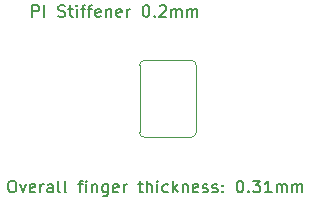
<source format=gbr>
%TF.GenerationSoftware,KiCad,Pcbnew,8.0.4*%
%TF.CreationDate,2024-07-27T11:55:36+02:00*%
%TF.ProjectId,PA3194G822_R02,50413331-3934-4473-9832-325f5230322e,2*%
%TF.SameCoordinates,Original*%
%TF.FileFunction,Other,User*%
%FSLAX46Y46*%
G04 Gerber Fmt 4.6, Leading zero omitted, Abs format (unit mm)*
G04 Created by KiCad (PCBNEW 8.0.4) date 2024-07-27 11:55:36*
%MOMM*%
%LPD*%
G01*
G04 APERTURE LIST*
%ADD10C,0.050000*%
%ADD11C,0.150000*%
G04 APERTURE END LIST*
D10*
X151600000Y-96750000D02*
X147600000Y-96750000D01*
X152000000Y-102850000D02*
G75*
G02*
X151600000Y-103250000I-400000J0D01*
G01*
X152000000Y-97150000D02*
X152000000Y-102850000D01*
X147600000Y-103250000D02*
G75*
G02*
X147200000Y-102850000I0J400000D01*
G01*
X147200000Y-97150000D02*
G75*
G02*
X147600000Y-96750000I400000J0D01*
G01*
X151600000Y-96750000D02*
G75*
G02*
X152000000Y-97150000I0J-400000D01*
G01*
X147600000Y-103250000D02*
X151600000Y-103250000D01*
X147200000Y-102850000D02*
X147200000Y-97150000D01*
D11*
X136327255Y-106919819D02*
X136517731Y-106919819D01*
X136517731Y-106919819D02*
X136612969Y-106967438D01*
X136612969Y-106967438D02*
X136708207Y-107062676D01*
X136708207Y-107062676D02*
X136755826Y-107253152D01*
X136755826Y-107253152D02*
X136755826Y-107586485D01*
X136755826Y-107586485D02*
X136708207Y-107776961D01*
X136708207Y-107776961D02*
X136612969Y-107872200D01*
X136612969Y-107872200D02*
X136517731Y-107919819D01*
X136517731Y-107919819D02*
X136327255Y-107919819D01*
X136327255Y-107919819D02*
X136232017Y-107872200D01*
X136232017Y-107872200D02*
X136136779Y-107776961D01*
X136136779Y-107776961D02*
X136089160Y-107586485D01*
X136089160Y-107586485D02*
X136089160Y-107253152D01*
X136089160Y-107253152D02*
X136136779Y-107062676D01*
X136136779Y-107062676D02*
X136232017Y-106967438D01*
X136232017Y-106967438D02*
X136327255Y-106919819D01*
X137089160Y-107253152D02*
X137327255Y-107919819D01*
X137327255Y-107919819D02*
X137565350Y-107253152D01*
X138327255Y-107872200D02*
X138232017Y-107919819D01*
X138232017Y-107919819D02*
X138041541Y-107919819D01*
X138041541Y-107919819D02*
X137946303Y-107872200D01*
X137946303Y-107872200D02*
X137898684Y-107776961D01*
X137898684Y-107776961D02*
X137898684Y-107396009D01*
X137898684Y-107396009D02*
X137946303Y-107300771D01*
X137946303Y-107300771D02*
X138041541Y-107253152D01*
X138041541Y-107253152D02*
X138232017Y-107253152D01*
X138232017Y-107253152D02*
X138327255Y-107300771D01*
X138327255Y-107300771D02*
X138374874Y-107396009D01*
X138374874Y-107396009D02*
X138374874Y-107491247D01*
X138374874Y-107491247D02*
X137898684Y-107586485D01*
X138803446Y-107919819D02*
X138803446Y-107253152D01*
X138803446Y-107443628D02*
X138851065Y-107348390D01*
X138851065Y-107348390D02*
X138898684Y-107300771D01*
X138898684Y-107300771D02*
X138993922Y-107253152D01*
X138993922Y-107253152D02*
X139089160Y-107253152D01*
X139851065Y-107919819D02*
X139851065Y-107396009D01*
X139851065Y-107396009D02*
X139803446Y-107300771D01*
X139803446Y-107300771D02*
X139708208Y-107253152D01*
X139708208Y-107253152D02*
X139517732Y-107253152D01*
X139517732Y-107253152D02*
X139422494Y-107300771D01*
X139851065Y-107872200D02*
X139755827Y-107919819D01*
X139755827Y-107919819D02*
X139517732Y-107919819D01*
X139517732Y-107919819D02*
X139422494Y-107872200D01*
X139422494Y-107872200D02*
X139374875Y-107776961D01*
X139374875Y-107776961D02*
X139374875Y-107681723D01*
X139374875Y-107681723D02*
X139422494Y-107586485D01*
X139422494Y-107586485D02*
X139517732Y-107538866D01*
X139517732Y-107538866D02*
X139755827Y-107538866D01*
X139755827Y-107538866D02*
X139851065Y-107491247D01*
X140470113Y-107919819D02*
X140374875Y-107872200D01*
X140374875Y-107872200D02*
X140327256Y-107776961D01*
X140327256Y-107776961D02*
X140327256Y-106919819D01*
X140993923Y-107919819D02*
X140898685Y-107872200D01*
X140898685Y-107872200D02*
X140851066Y-107776961D01*
X140851066Y-107776961D02*
X140851066Y-106919819D01*
X141993924Y-107253152D02*
X142374876Y-107253152D01*
X142136781Y-107919819D02*
X142136781Y-107062676D01*
X142136781Y-107062676D02*
X142184400Y-106967438D01*
X142184400Y-106967438D02*
X142279638Y-106919819D01*
X142279638Y-106919819D02*
X142374876Y-106919819D01*
X142708210Y-107919819D02*
X142708210Y-107253152D01*
X142708210Y-106919819D02*
X142660591Y-106967438D01*
X142660591Y-106967438D02*
X142708210Y-107015057D01*
X142708210Y-107015057D02*
X142755829Y-106967438D01*
X142755829Y-106967438D02*
X142708210Y-106919819D01*
X142708210Y-106919819D02*
X142708210Y-107015057D01*
X143184400Y-107253152D02*
X143184400Y-107919819D01*
X143184400Y-107348390D02*
X143232019Y-107300771D01*
X143232019Y-107300771D02*
X143327257Y-107253152D01*
X143327257Y-107253152D02*
X143470114Y-107253152D01*
X143470114Y-107253152D02*
X143565352Y-107300771D01*
X143565352Y-107300771D02*
X143612971Y-107396009D01*
X143612971Y-107396009D02*
X143612971Y-107919819D01*
X144517733Y-107253152D02*
X144517733Y-108062676D01*
X144517733Y-108062676D02*
X144470114Y-108157914D01*
X144470114Y-108157914D02*
X144422495Y-108205533D01*
X144422495Y-108205533D02*
X144327257Y-108253152D01*
X144327257Y-108253152D02*
X144184400Y-108253152D01*
X144184400Y-108253152D02*
X144089162Y-108205533D01*
X144517733Y-107872200D02*
X144422495Y-107919819D01*
X144422495Y-107919819D02*
X144232019Y-107919819D01*
X144232019Y-107919819D02*
X144136781Y-107872200D01*
X144136781Y-107872200D02*
X144089162Y-107824580D01*
X144089162Y-107824580D02*
X144041543Y-107729342D01*
X144041543Y-107729342D02*
X144041543Y-107443628D01*
X144041543Y-107443628D02*
X144089162Y-107348390D01*
X144089162Y-107348390D02*
X144136781Y-107300771D01*
X144136781Y-107300771D02*
X144232019Y-107253152D01*
X144232019Y-107253152D02*
X144422495Y-107253152D01*
X144422495Y-107253152D02*
X144517733Y-107300771D01*
X145374876Y-107872200D02*
X145279638Y-107919819D01*
X145279638Y-107919819D02*
X145089162Y-107919819D01*
X145089162Y-107919819D02*
X144993924Y-107872200D01*
X144993924Y-107872200D02*
X144946305Y-107776961D01*
X144946305Y-107776961D02*
X144946305Y-107396009D01*
X144946305Y-107396009D02*
X144993924Y-107300771D01*
X144993924Y-107300771D02*
X145089162Y-107253152D01*
X145089162Y-107253152D02*
X145279638Y-107253152D01*
X145279638Y-107253152D02*
X145374876Y-107300771D01*
X145374876Y-107300771D02*
X145422495Y-107396009D01*
X145422495Y-107396009D02*
X145422495Y-107491247D01*
X145422495Y-107491247D02*
X144946305Y-107586485D01*
X145851067Y-107919819D02*
X145851067Y-107253152D01*
X145851067Y-107443628D02*
X145898686Y-107348390D01*
X145898686Y-107348390D02*
X145946305Y-107300771D01*
X145946305Y-107300771D02*
X146041543Y-107253152D01*
X146041543Y-107253152D02*
X146136781Y-107253152D01*
X147089163Y-107253152D02*
X147470115Y-107253152D01*
X147232020Y-106919819D02*
X147232020Y-107776961D01*
X147232020Y-107776961D02*
X147279639Y-107872200D01*
X147279639Y-107872200D02*
X147374877Y-107919819D01*
X147374877Y-107919819D02*
X147470115Y-107919819D01*
X147803449Y-107919819D02*
X147803449Y-106919819D01*
X148232020Y-107919819D02*
X148232020Y-107396009D01*
X148232020Y-107396009D02*
X148184401Y-107300771D01*
X148184401Y-107300771D02*
X148089163Y-107253152D01*
X148089163Y-107253152D02*
X147946306Y-107253152D01*
X147946306Y-107253152D02*
X147851068Y-107300771D01*
X147851068Y-107300771D02*
X147803449Y-107348390D01*
X148708211Y-107919819D02*
X148708211Y-107253152D01*
X148708211Y-106919819D02*
X148660592Y-106967438D01*
X148660592Y-106967438D02*
X148708211Y-107015057D01*
X148708211Y-107015057D02*
X148755830Y-106967438D01*
X148755830Y-106967438D02*
X148708211Y-106919819D01*
X148708211Y-106919819D02*
X148708211Y-107015057D01*
X149612972Y-107872200D02*
X149517734Y-107919819D01*
X149517734Y-107919819D02*
X149327258Y-107919819D01*
X149327258Y-107919819D02*
X149232020Y-107872200D01*
X149232020Y-107872200D02*
X149184401Y-107824580D01*
X149184401Y-107824580D02*
X149136782Y-107729342D01*
X149136782Y-107729342D02*
X149136782Y-107443628D01*
X149136782Y-107443628D02*
X149184401Y-107348390D01*
X149184401Y-107348390D02*
X149232020Y-107300771D01*
X149232020Y-107300771D02*
X149327258Y-107253152D01*
X149327258Y-107253152D02*
X149517734Y-107253152D01*
X149517734Y-107253152D02*
X149612972Y-107300771D01*
X150041544Y-107919819D02*
X150041544Y-106919819D01*
X150136782Y-107538866D02*
X150422496Y-107919819D01*
X150422496Y-107253152D02*
X150041544Y-107634104D01*
X150851068Y-107253152D02*
X150851068Y-107919819D01*
X150851068Y-107348390D02*
X150898687Y-107300771D01*
X150898687Y-107300771D02*
X150993925Y-107253152D01*
X150993925Y-107253152D02*
X151136782Y-107253152D01*
X151136782Y-107253152D02*
X151232020Y-107300771D01*
X151232020Y-107300771D02*
X151279639Y-107396009D01*
X151279639Y-107396009D02*
X151279639Y-107919819D01*
X152136782Y-107872200D02*
X152041544Y-107919819D01*
X152041544Y-107919819D02*
X151851068Y-107919819D01*
X151851068Y-107919819D02*
X151755830Y-107872200D01*
X151755830Y-107872200D02*
X151708211Y-107776961D01*
X151708211Y-107776961D02*
X151708211Y-107396009D01*
X151708211Y-107396009D02*
X151755830Y-107300771D01*
X151755830Y-107300771D02*
X151851068Y-107253152D01*
X151851068Y-107253152D02*
X152041544Y-107253152D01*
X152041544Y-107253152D02*
X152136782Y-107300771D01*
X152136782Y-107300771D02*
X152184401Y-107396009D01*
X152184401Y-107396009D02*
X152184401Y-107491247D01*
X152184401Y-107491247D02*
X151708211Y-107586485D01*
X152565354Y-107872200D02*
X152660592Y-107919819D01*
X152660592Y-107919819D02*
X152851068Y-107919819D01*
X152851068Y-107919819D02*
X152946306Y-107872200D01*
X152946306Y-107872200D02*
X152993925Y-107776961D01*
X152993925Y-107776961D02*
X152993925Y-107729342D01*
X152993925Y-107729342D02*
X152946306Y-107634104D01*
X152946306Y-107634104D02*
X152851068Y-107586485D01*
X152851068Y-107586485D02*
X152708211Y-107586485D01*
X152708211Y-107586485D02*
X152612973Y-107538866D01*
X152612973Y-107538866D02*
X152565354Y-107443628D01*
X152565354Y-107443628D02*
X152565354Y-107396009D01*
X152565354Y-107396009D02*
X152612973Y-107300771D01*
X152612973Y-107300771D02*
X152708211Y-107253152D01*
X152708211Y-107253152D02*
X152851068Y-107253152D01*
X152851068Y-107253152D02*
X152946306Y-107300771D01*
X153374878Y-107872200D02*
X153470116Y-107919819D01*
X153470116Y-107919819D02*
X153660592Y-107919819D01*
X153660592Y-107919819D02*
X153755830Y-107872200D01*
X153755830Y-107872200D02*
X153803449Y-107776961D01*
X153803449Y-107776961D02*
X153803449Y-107729342D01*
X153803449Y-107729342D02*
X153755830Y-107634104D01*
X153755830Y-107634104D02*
X153660592Y-107586485D01*
X153660592Y-107586485D02*
X153517735Y-107586485D01*
X153517735Y-107586485D02*
X153422497Y-107538866D01*
X153422497Y-107538866D02*
X153374878Y-107443628D01*
X153374878Y-107443628D02*
X153374878Y-107396009D01*
X153374878Y-107396009D02*
X153422497Y-107300771D01*
X153422497Y-107300771D02*
X153517735Y-107253152D01*
X153517735Y-107253152D02*
X153660592Y-107253152D01*
X153660592Y-107253152D02*
X153755830Y-107300771D01*
X154232021Y-107824580D02*
X154279640Y-107872200D01*
X154279640Y-107872200D02*
X154232021Y-107919819D01*
X154232021Y-107919819D02*
X154184402Y-107872200D01*
X154184402Y-107872200D02*
X154232021Y-107824580D01*
X154232021Y-107824580D02*
X154232021Y-107919819D01*
X154232021Y-107300771D02*
X154279640Y-107348390D01*
X154279640Y-107348390D02*
X154232021Y-107396009D01*
X154232021Y-107396009D02*
X154184402Y-107348390D01*
X154184402Y-107348390D02*
X154232021Y-107300771D01*
X154232021Y-107300771D02*
X154232021Y-107396009D01*
X155660592Y-106919819D02*
X155755830Y-106919819D01*
X155755830Y-106919819D02*
X155851068Y-106967438D01*
X155851068Y-106967438D02*
X155898687Y-107015057D01*
X155898687Y-107015057D02*
X155946306Y-107110295D01*
X155946306Y-107110295D02*
X155993925Y-107300771D01*
X155993925Y-107300771D02*
X155993925Y-107538866D01*
X155993925Y-107538866D02*
X155946306Y-107729342D01*
X155946306Y-107729342D02*
X155898687Y-107824580D01*
X155898687Y-107824580D02*
X155851068Y-107872200D01*
X155851068Y-107872200D02*
X155755830Y-107919819D01*
X155755830Y-107919819D02*
X155660592Y-107919819D01*
X155660592Y-107919819D02*
X155565354Y-107872200D01*
X155565354Y-107872200D02*
X155517735Y-107824580D01*
X155517735Y-107824580D02*
X155470116Y-107729342D01*
X155470116Y-107729342D02*
X155422497Y-107538866D01*
X155422497Y-107538866D02*
X155422497Y-107300771D01*
X155422497Y-107300771D02*
X155470116Y-107110295D01*
X155470116Y-107110295D02*
X155517735Y-107015057D01*
X155517735Y-107015057D02*
X155565354Y-106967438D01*
X155565354Y-106967438D02*
X155660592Y-106919819D01*
X156422497Y-107824580D02*
X156470116Y-107872200D01*
X156470116Y-107872200D02*
X156422497Y-107919819D01*
X156422497Y-107919819D02*
X156374878Y-107872200D01*
X156374878Y-107872200D02*
X156422497Y-107824580D01*
X156422497Y-107824580D02*
X156422497Y-107919819D01*
X156803449Y-106919819D02*
X157422496Y-106919819D01*
X157422496Y-106919819D02*
X157089163Y-107300771D01*
X157089163Y-107300771D02*
X157232020Y-107300771D01*
X157232020Y-107300771D02*
X157327258Y-107348390D01*
X157327258Y-107348390D02*
X157374877Y-107396009D01*
X157374877Y-107396009D02*
X157422496Y-107491247D01*
X157422496Y-107491247D02*
X157422496Y-107729342D01*
X157422496Y-107729342D02*
X157374877Y-107824580D01*
X157374877Y-107824580D02*
X157327258Y-107872200D01*
X157327258Y-107872200D02*
X157232020Y-107919819D01*
X157232020Y-107919819D02*
X156946306Y-107919819D01*
X156946306Y-107919819D02*
X156851068Y-107872200D01*
X156851068Y-107872200D02*
X156803449Y-107824580D01*
X158374877Y-107919819D02*
X157803449Y-107919819D01*
X158089163Y-107919819D02*
X158089163Y-106919819D01*
X158089163Y-106919819D02*
X157993925Y-107062676D01*
X157993925Y-107062676D02*
X157898687Y-107157914D01*
X157898687Y-107157914D02*
X157803449Y-107205533D01*
X158803449Y-107919819D02*
X158803449Y-107253152D01*
X158803449Y-107348390D02*
X158851068Y-107300771D01*
X158851068Y-107300771D02*
X158946306Y-107253152D01*
X158946306Y-107253152D02*
X159089163Y-107253152D01*
X159089163Y-107253152D02*
X159184401Y-107300771D01*
X159184401Y-107300771D02*
X159232020Y-107396009D01*
X159232020Y-107396009D02*
X159232020Y-107919819D01*
X159232020Y-107396009D02*
X159279639Y-107300771D01*
X159279639Y-107300771D02*
X159374877Y-107253152D01*
X159374877Y-107253152D02*
X159517734Y-107253152D01*
X159517734Y-107253152D02*
X159612973Y-107300771D01*
X159612973Y-107300771D02*
X159660592Y-107396009D01*
X159660592Y-107396009D02*
X159660592Y-107919819D01*
X160136782Y-107919819D02*
X160136782Y-107253152D01*
X160136782Y-107348390D02*
X160184401Y-107300771D01*
X160184401Y-107300771D02*
X160279639Y-107253152D01*
X160279639Y-107253152D02*
X160422496Y-107253152D01*
X160422496Y-107253152D02*
X160517734Y-107300771D01*
X160517734Y-107300771D02*
X160565353Y-107396009D01*
X160565353Y-107396009D02*
X160565353Y-107919819D01*
X160565353Y-107396009D02*
X160612972Y-107300771D01*
X160612972Y-107300771D02*
X160708210Y-107253152D01*
X160708210Y-107253152D02*
X160851067Y-107253152D01*
X160851067Y-107253152D02*
X160946306Y-107300771D01*
X160946306Y-107300771D02*
X160993925Y-107396009D01*
X160993925Y-107396009D02*
X160993925Y-107919819D01*
X138136779Y-93069819D02*
X138136779Y-92069819D01*
X138136779Y-92069819D02*
X138517731Y-92069819D01*
X138517731Y-92069819D02*
X138612969Y-92117438D01*
X138612969Y-92117438D02*
X138660588Y-92165057D01*
X138660588Y-92165057D02*
X138708207Y-92260295D01*
X138708207Y-92260295D02*
X138708207Y-92403152D01*
X138708207Y-92403152D02*
X138660588Y-92498390D01*
X138660588Y-92498390D02*
X138612969Y-92546009D01*
X138612969Y-92546009D02*
X138517731Y-92593628D01*
X138517731Y-92593628D02*
X138136779Y-92593628D01*
X139136779Y-93069819D02*
X139136779Y-92069819D01*
X140327255Y-93022200D02*
X140470112Y-93069819D01*
X140470112Y-93069819D02*
X140708207Y-93069819D01*
X140708207Y-93069819D02*
X140803445Y-93022200D01*
X140803445Y-93022200D02*
X140851064Y-92974580D01*
X140851064Y-92974580D02*
X140898683Y-92879342D01*
X140898683Y-92879342D02*
X140898683Y-92784104D01*
X140898683Y-92784104D02*
X140851064Y-92688866D01*
X140851064Y-92688866D02*
X140803445Y-92641247D01*
X140803445Y-92641247D02*
X140708207Y-92593628D01*
X140708207Y-92593628D02*
X140517731Y-92546009D01*
X140517731Y-92546009D02*
X140422493Y-92498390D01*
X140422493Y-92498390D02*
X140374874Y-92450771D01*
X140374874Y-92450771D02*
X140327255Y-92355533D01*
X140327255Y-92355533D02*
X140327255Y-92260295D01*
X140327255Y-92260295D02*
X140374874Y-92165057D01*
X140374874Y-92165057D02*
X140422493Y-92117438D01*
X140422493Y-92117438D02*
X140517731Y-92069819D01*
X140517731Y-92069819D02*
X140755826Y-92069819D01*
X140755826Y-92069819D02*
X140898683Y-92117438D01*
X141184398Y-92403152D02*
X141565350Y-92403152D01*
X141327255Y-92069819D02*
X141327255Y-92926961D01*
X141327255Y-92926961D02*
X141374874Y-93022200D01*
X141374874Y-93022200D02*
X141470112Y-93069819D01*
X141470112Y-93069819D02*
X141565350Y-93069819D01*
X141898684Y-93069819D02*
X141898684Y-92403152D01*
X141898684Y-92069819D02*
X141851065Y-92117438D01*
X141851065Y-92117438D02*
X141898684Y-92165057D01*
X141898684Y-92165057D02*
X141946303Y-92117438D01*
X141946303Y-92117438D02*
X141898684Y-92069819D01*
X141898684Y-92069819D02*
X141898684Y-92165057D01*
X142232017Y-92403152D02*
X142612969Y-92403152D01*
X142374874Y-93069819D02*
X142374874Y-92212676D01*
X142374874Y-92212676D02*
X142422493Y-92117438D01*
X142422493Y-92117438D02*
X142517731Y-92069819D01*
X142517731Y-92069819D02*
X142612969Y-92069819D01*
X142803446Y-92403152D02*
X143184398Y-92403152D01*
X142946303Y-93069819D02*
X142946303Y-92212676D01*
X142946303Y-92212676D02*
X142993922Y-92117438D01*
X142993922Y-92117438D02*
X143089160Y-92069819D01*
X143089160Y-92069819D02*
X143184398Y-92069819D01*
X143898684Y-93022200D02*
X143803446Y-93069819D01*
X143803446Y-93069819D02*
X143612970Y-93069819D01*
X143612970Y-93069819D02*
X143517732Y-93022200D01*
X143517732Y-93022200D02*
X143470113Y-92926961D01*
X143470113Y-92926961D02*
X143470113Y-92546009D01*
X143470113Y-92546009D02*
X143517732Y-92450771D01*
X143517732Y-92450771D02*
X143612970Y-92403152D01*
X143612970Y-92403152D02*
X143803446Y-92403152D01*
X143803446Y-92403152D02*
X143898684Y-92450771D01*
X143898684Y-92450771D02*
X143946303Y-92546009D01*
X143946303Y-92546009D02*
X143946303Y-92641247D01*
X143946303Y-92641247D02*
X143470113Y-92736485D01*
X144374875Y-92403152D02*
X144374875Y-93069819D01*
X144374875Y-92498390D02*
X144422494Y-92450771D01*
X144422494Y-92450771D02*
X144517732Y-92403152D01*
X144517732Y-92403152D02*
X144660589Y-92403152D01*
X144660589Y-92403152D02*
X144755827Y-92450771D01*
X144755827Y-92450771D02*
X144803446Y-92546009D01*
X144803446Y-92546009D02*
X144803446Y-93069819D01*
X145660589Y-93022200D02*
X145565351Y-93069819D01*
X145565351Y-93069819D02*
X145374875Y-93069819D01*
X145374875Y-93069819D02*
X145279637Y-93022200D01*
X145279637Y-93022200D02*
X145232018Y-92926961D01*
X145232018Y-92926961D02*
X145232018Y-92546009D01*
X145232018Y-92546009D02*
X145279637Y-92450771D01*
X145279637Y-92450771D02*
X145374875Y-92403152D01*
X145374875Y-92403152D02*
X145565351Y-92403152D01*
X145565351Y-92403152D02*
X145660589Y-92450771D01*
X145660589Y-92450771D02*
X145708208Y-92546009D01*
X145708208Y-92546009D02*
X145708208Y-92641247D01*
X145708208Y-92641247D02*
X145232018Y-92736485D01*
X146136780Y-93069819D02*
X146136780Y-92403152D01*
X146136780Y-92593628D02*
X146184399Y-92498390D01*
X146184399Y-92498390D02*
X146232018Y-92450771D01*
X146232018Y-92450771D02*
X146327256Y-92403152D01*
X146327256Y-92403152D02*
X146422494Y-92403152D01*
X147708209Y-92069819D02*
X147803447Y-92069819D01*
X147803447Y-92069819D02*
X147898685Y-92117438D01*
X147898685Y-92117438D02*
X147946304Y-92165057D01*
X147946304Y-92165057D02*
X147993923Y-92260295D01*
X147993923Y-92260295D02*
X148041542Y-92450771D01*
X148041542Y-92450771D02*
X148041542Y-92688866D01*
X148041542Y-92688866D02*
X147993923Y-92879342D01*
X147993923Y-92879342D02*
X147946304Y-92974580D01*
X147946304Y-92974580D02*
X147898685Y-93022200D01*
X147898685Y-93022200D02*
X147803447Y-93069819D01*
X147803447Y-93069819D02*
X147708209Y-93069819D01*
X147708209Y-93069819D02*
X147612971Y-93022200D01*
X147612971Y-93022200D02*
X147565352Y-92974580D01*
X147565352Y-92974580D02*
X147517733Y-92879342D01*
X147517733Y-92879342D02*
X147470114Y-92688866D01*
X147470114Y-92688866D02*
X147470114Y-92450771D01*
X147470114Y-92450771D02*
X147517733Y-92260295D01*
X147517733Y-92260295D02*
X147565352Y-92165057D01*
X147565352Y-92165057D02*
X147612971Y-92117438D01*
X147612971Y-92117438D02*
X147708209Y-92069819D01*
X148470114Y-92974580D02*
X148517733Y-93022200D01*
X148517733Y-93022200D02*
X148470114Y-93069819D01*
X148470114Y-93069819D02*
X148422495Y-93022200D01*
X148422495Y-93022200D02*
X148470114Y-92974580D01*
X148470114Y-92974580D02*
X148470114Y-93069819D01*
X148898685Y-92165057D02*
X148946304Y-92117438D01*
X148946304Y-92117438D02*
X149041542Y-92069819D01*
X149041542Y-92069819D02*
X149279637Y-92069819D01*
X149279637Y-92069819D02*
X149374875Y-92117438D01*
X149374875Y-92117438D02*
X149422494Y-92165057D01*
X149422494Y-92165057D02*
X149470113Y-92260295D01*
X149470113Y-92260295D02*
X149470113Y-92355533D01*
X149470113Y-92355533D02*
X149422494Y-92498390D01*
X149422494Y-92498390D02*
X148851066Y-93069819D01*
X148851066Y-93069819D02*
X149470113Y-93069819D01*
X149898685Y-93069819D02*
X149898685Y-92403152D01*
X149898685Y-92498390D02*
X149946304Y-92450771D01*
X149946304Y-92450771D02*
X150041542Y-92403152D01*
X150041542Y-92403152D02*
X150184399Y-92403152D01*
X150184399Y-92403152D02*
X150279637Y-92450771D01*
X150279637Y-92450771D02*
X150327256Y-92546009D01*
X150327256Y-92546009D02*
X150327256Y-93069819D01*
X150327256Y-92546009D02*
X150374875Y-92450771D01*
X150374875Y-92450771D02*
X150470113Y-92403152D01*
X150470113Y-92403152D02*
X150612970Y-92403152D01*
X150612970Y-92403152D02*
X150708209Y-92450771D01*
X150708209Y-92450771D02*
X150755828Y-92546009D01*
X150755828Y-92546009D02*
X150755828Y-93069819D01*
X151232018Y-93069819D02*
X151232018Y-92403152D01*
X151232018Y-92498390D02*
X151279637Y-92450771D01*
X151279637Y-92450771D02*
X151374875Y-92403152D01*
X151374875Y-92403152D02*
X151517732Y-92403152D01*
X151517732Y-92403152D02*
X151612970Y-92450771D01*
X151612970Y-92450771D02*
X151660589Y-92546009D01*
X151660589Y-92546009D02*
X151660589Y-93069819D01*
X151660589Y-92546009D02*
X151708208Y-92450771D01*
X151708208Y-92450771D02*
X151803446Y-92403152D01*
X151803446Y-92403152D02*
X151946303Y-92403152D01*
X151946303Y-92403152D02*
X152041542Y-92450771D01*
X152041542Y-92450771D02*
X152089161Y-92546009D01*
X152089161Y-92546009D02*
X152089161Y-93069819D01*
M02*

</source>
